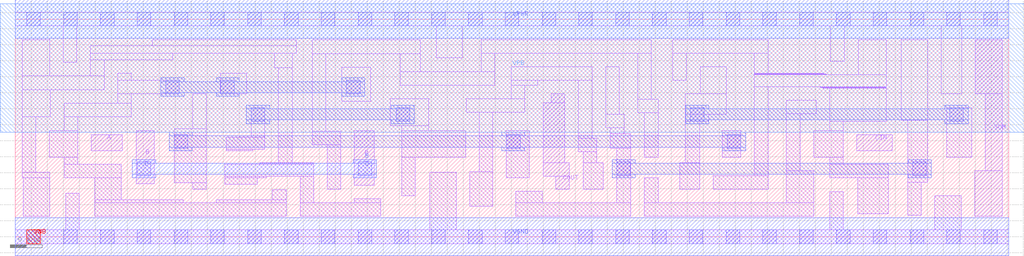
<source format=lef>
# Copyright 2020 The SkyWater PDK Authors
#
# Licensed under the Apache License, Version 2.0 (the "License");
# you may not use this file except in compliance with the License.
# You may obtain a copy of the License at
#
#     https://www.apache.org/licenses/LICENSE-2.0
#
# Unless required by applicable law or agreed to in writing, software
# distributed under the License is distributed on an "AS IS" BASIS,
# WITHOUT WARRANTIES OR CONDITIONS OF ANY KIND, either express or implied.
# See the License for the specific language governing permissions and
# limitations under the License.
#
# SPDX-License-Identifier: Apache-2.0

VERSION 5.7 ;
  NOWIREEXTENSIONATPIN ON ;
  DIVIDERCHAR "/" ;
  BUSBITCHARS "[]" ;
MACRO sky130_fd_sc_hd__fahcin_1
  CLASS CORE ;
  FOREIGN sky130_fd_sc_hd__fahcin_1 ;
  ORIGIN  0.000000  0.000000 ;
  SIZE  12.42000 BY  2.720000 ;
  SYMMETRY X Y R90 ;
  SITE unithd ;
  PIN A
    ANTENNAGATEAREA  0.247500 ;
    DIRECTION INPUT ;
    USE SIGNAL ;
    PORT
      LAYER li1 ;
        RECT 0.950000 1.075000 1.340000 1.275000 ;
    END
  END A
  PIN B
    ANTENNAGATEAREA  0.691500 ;
    DIRECTION INPUT ;
    USE SIGNAL ;
    PORT
      LAYER li1 ;
        RECT 1.510000 0.665000 1.740000 1.325000 ;
      LAYER mcon ;
        RECT 1.525000 0.765000 1.695000 0.935000 ;
    END
    PORT
      LAYER li1 ;
        RECT 4.240000 0.645000 4.490000 1.325000 ;
      LAYER mcon ;
        RECT 4.285000 0.765000 4.455000 0.935000 ;
    END
    PORT
      LAYER met1 ;
        RECT 1.465000 0.735000 1.755000 0.780000 ;
        RECT 1.465000 0.780000 4.515000 0.920000 ;
        RECT 1.465000 0.920000 1.755000 0.965000 ;
        RECT 4.225000 0.735000 4.515000 0.780000 ;
        RECT 4.225000 0.920000 4.515000 0.965000 ;
    END
  END B
  PIN CIN
    ANTENNAGATEAREA  0.493500 ;
    DIRECTION INPUT ;
    USE SIGNAL ;
    PORT
      LAYER li1 ;
        RECT 10.520000 1.075000 10.965000 1.275000 ;
    END
  END CIN
  PIN COUT
    ANTENNADIFFAREA  0.402800 ;
    DIRECTION OUTPUT ;
    USE SIGNAL ;
    PORT
      LAYER li1 ;
        RECT 6.600000 0.755000 6.925000 0.925000 ;
        RECT 6.600000 0.925000 6.870000 1.675000 ;
        RECT 6.700000 1.675000 6.870000 1.785000 ;
        RECT 6.755000 0.595000 6.925000 0.755000 ;
    END
  END COUT
  PIN SUM
    ANTENNADIFFAREA  0.470250 ;
    DIRECTION OUTPUT ;
    USE SIGNAL ;
    PORT
      LAYER li1 ;
        RECT 11.995000 0.255000 12.335000 0.825000 ;
        RECT 12.000000 1.785000 12.335000 2.465000 ;
        RECT 12.125000 0.825000 12.335000 1.785000 ;
    END
  END SUM
  PIN VNB
    PORT
      LAYER pwell ;
        RECT 0.145000 -0.085000 0.315000 0.085000 ;
    END
  END VNB
  PIN VPB
    PORT
      LAYER nwell ;
        RECT -0.190000 1.305000 12.610000 2.910000 ;
    END
  END VPB
  PIN VGND
    DIRECTION INOUT ;
    SHAPE ABUTMENT ;
    USE GROUND ;
    PORT
      LAYER met1 ;
        RECT 0.000000 -0.240000 12.420000 0.240000 ;
    END
  END VGND
  PIN VPWR
    DIRECTION INOUT ;
    SHAPE ABUTMENT ;
    USE POWER ;
    PORT
      LAYER met1 ;
        RECT 0.000000 2.480000 12.420000 2.960000 ;
    END
  END VPWR
  OBS
    LAYER li1 ;
      RECT  0.000000 -0.085000 12.420000 0.085000 ;
      RECT  0.000000  2.635000 12.420000 2.805000 ;
      RECT  0.085000  0.735000  0.430000 0.805000 ;
      RECT  0.085000  0.805000  0.255000 1.500000 ;
      RECT  0.085000  1.500000  0.440000 1.840000 ;
      RECT  0.085000  1.840000  1.110000 2.010000 ;
      RECT  0.085000  2.010000  0.430000 2.465000 ;
      RECT  0.100000  0.255000  0.430000 0.735000 ;
      RECT  0.425000  0.995000  0.780000 1.325000 ;
      RECT  0.600000  2.180000  0.770000 2.635000 ;
      RECT  0.610000  0.735000  1.325000 0.905000 ;
      RECT  0.610000  0.905000  0.780000 0.995000 ;
      RECT  0.610000  1.325000  0.780000 1.500000 ;
      RECT  0.610000  1.500000  1.450000 1.670000 ;
      RECT  0.630000  0.085000  0.800000 0.545000 ;
      RECT  0.940000  2.010000  1.110000 2.215000 ;
      RECT  0.940000  2.215000  1.970000 2.295000 ;
      RECT  0.940000  2.295000  3.515000 2.385000 ;
      RECT  0.995000  0.255000  3.390000 0.425000 ;
      RECT  0.995000  0.425000  2.100000 0.465000 ;
      RECT  0.995000  0.465000  1.325000 0.735000 ;
      RECT  1.280000  1.670000  1.450000 1.785000 ;
      RECT  1.280000  1.785000  2.050000 1.955000 ;
      RECT  1.280000  1.955000  1.450000 2.045000 ;
      RECT  1.715000  2.385000  3.515000 2.465000 ;
      RECT  1.985000  0.675000  2.390000 1.350000 ;
      RECT  2.220000  0.595000  2.390000 0.675000 ;
      RECT  2.220000  1.350000  2.390000 1.785000 ;
      RECT  2.515000  0.425000  3.390000 0.465000 ;
      RECT  2.565000  1.785000  2.895000 2.045000 ;
      RECT  2.620000  0.655000  3.025000 0.735000 ;
      RECT  2.620000  0.735000  3.135000 0.755000 ;
      RECT  2.620000  0.755000  3.730000 0.905000 ;
      RECT  2.640000  1.075000  2.970000 1.095000 ;
      RECT  2.640000  1.095000  3.120000 1.245000 ;
      RECT  2.800000  1.245000  3.120000 1.265000 ;
      RECT  2.950000  1.265000  3.120000 1.615000 ;
      RECT  3.055000  0.905000  3.730000 0.925000 ;
      RECT  3.215000  0.465000  3.390000 0.585000 ;
      RECT  3.245000  2.110000  3.460000 2.295000 ;
      RECT  3.290000  0.925000  3.460000 2.110000 ;
      RECT  3.560000  0.255000  4.570000 0.425000 ;
      RECT  3.560000  0.425000  3.730000 0.755000 ;
      RECT  3.710000  1.150000  4.070000 1.320000 ;
      RECT  3.710000  1.320000  3.880000 2.290000 ;
      RECT  3.710000  2.290000  5.065000 2.460000 ;
      RECT  3.900000  0.595000  4.070000 1.150000 ;
      RECT  4.080000  1.695000  4.445000 2.120000 ;
      RECT  4.240000  0.425000  4.570000 0.475000 ;
      RECT  4.690000  1.385000  5.170000 1.725000 ;
      RECT  4.815000  1.895000  5.995000 2.065000 ;
      RECT  4.815000  2.065000  5.065000 2.290000 ;
      RECT  4.830000  0.510000  5.000000 0.995000 ;
      RECT  4.830000  0.995000  5.630000 1.325000 ;
      RECT  4.830000  1.325000  5.170000 1.385000 ;
      RECT  5.180000  0.085000  5.510000 0.805000 ;
      RECT  5.260000  2.235000  5.590000 2.635000 ;
      RECT  5.635000  1.555000  6.370000 1.725000 ;
      RECT  5.680000  0.380000  5.970000 0.815000 ;
      RECT  5.800000  0.815000  5.970000 1.555000 ;
      RECT  5.825000  2.065000  5.995000 2.295000 ;
      RECT  5.825000  2.295000  7.950000 2.465000 ;
      RECT  6.140000  0.740000  6.425000 1.325000 ;
      RECT  6.200000  1.725000  6.370000 1.895000 ;
      RECT  6.200000  1.895000  6.530000 1.955000 ;
      RECT  6.200000  1.955000  7.210000 2.125000 ;
      RECT  6.255000  0.255000  7.695000 0.425000 ;
      RECT  6.255000  0.425000  6.585000 0.570000 ;
      RECT  7.040000  1.060000  7.270000 1.230000 ;
      RECT  7.040000  1.230000  7.210000 1.955000 ;
      RECT  7.100000  0.595000  7.350000 0.925000 ;
      RECT  7.100000  0.925000  7.270000 1.060000 ;
      RECT  7.380000  1.360000  7.610000 1.530000 ;
      RECT  7.380000  1.530000  7.550000 2.125000 ;
      RECT  7.440000  1.105000  7.695000 1.290000 ;
      RECT  7.440000  1.290000  7.610000 1.360000 ;
      RECT  7.520000  0.425000  7.695000 1.105000 ;
      RECT  7.780000  1.550000  8.035000 1.720000 ;
      RECT  7.780000  1.720000  7.950000 2.295000 ;
      RECT  7.865000  0.255000  9.980000 0.425000 ;
      RECT  7.865000  0.425000  8.035000 0.740000 ;
      RECT  7.865000  0.995000  8.035000 1.550000 ;
      RECT  8.220000  1.955000  8.390000 2.295000 ;
      RECT  8.220000  2.295000  9.410000 2.465000 ;
      RECT  8.305000  0.595000  8.555000 0.925000 ;
      RECT  8.375000  0.925000  8.555000 1.445000 ;
      RECT  8.375000  1.445000  8.670000 1.530000 ;
      RECT  8.375000  1.530000  8.890000 1.785000 ;
      RECT  8.560000  1.785000  8.890000 2.125000 ;
      RECT  8.725000  0.595000  9.410000 0.765000 ;
      RECT  8.835000  0.995000  9.070000 1.325000 ;
      RECT  9.240000  0.765000  9.410000 1.875000 ;
      RECT  9.240000  1.875000 10.885000 2.025000 ;
      RECT  9.240000  2.025000 10.145000 2.030000 ;
      RECT  9.240000  2.030000 10.130000 2.035000 ;
      RECT  9.240000  2.035000 10.120000 2.040000 ;
      RECT  9.240000  2.040000 10.105000 2.045000 ;
      RECT  9.240000  2.045000  9.410000 2.295000 ;
      RECT  9.640000  0.425000  9.980000 0.825000 ;
      RECT  9.640000  0.825000  9.810000 1.535000 ;
      RECT  9.640000  1.535000 10.010000 1.705000 ;
      RECT  9.980000  0.995000 10.350000 1.325000 ;
      RECT 10.055000  1.870000 10.885000 1.875000 ;
      RECT 10.070000  1.865000 10.885000 1.870000 ;
      RECT 10.085000  1.860000 10.885000 1.865000 ;
      RECT 10.100000  1.855000 10.885000 1.860000 ;
      RECT 10.180000  0.085000 10.350000 0.565000 ;
      RECT 10.180000  0.735000 10.910000 0.905000 ;
      RECT 10.180000  0.905000 10.350000 0.995000 ;
      RECT 10.180000  1.325000 10.350000 1.445000 ;
      RECT 10.180000  1.445000 10.885000 1.855000 ;
      RECT 10.190000  2.195000 10.360000 2.635000 ;
      RECT 10.530000  0.285000 10.910000 0.735000 ;
      RECT 10.535000  2.025000 10.885000 2.465000 ;
      RECT 11.075000  1.455000 11.405000 2.465000 ;
      RECT 11.155000  0.270000 11.325000 0.680000 ;
      RECT 11.155000  0.680000 11.405000 1.455000 ;
      RECT 11.495000  0.085000 11.825000 0.510000 ;
      RECT 11.575000  1.785000 11.830000 2.635000 ;
      RECT 11.645000  0.995000 11.955000 1.615000 ;
    LAYER mcon ;
      RECT  0.145000 -0.085000  0.315000 0.085000 ;
      RECT  0.145000  2.635000  0.315000 2.805000 ;
      RECT  0.605000 -0.085000  0.775000 0.085000 ;
      RECT  0.605000  2.635000  0.775000 2.805000 ;
      RECT  1.065000 -0.085000  1.235000 0.085000 ;
      RECT  1.065000  2.635000  1.235000 2.805000 ;
      RECT  1.525000 -0.085000  1.695000 0.085000 ;
      RECT  1.525000  2.635000  1.695000 2.805000 ;
      RECT  1.880000  1.785000  2.050000 1.955000 ;
      RECT  1.985000 -0.085000  2.155000 0.085000 ;
      RECT  1.985000  1.105000  2.155000 1.275000 ;
      RECT  1.985000  2.635000  2.155000 2.805000 ;
      RECT  2.445000 -0.085000  2.615000 0.085000 ;
      RECT  2.445000  2.635000  2.615000 2.805000 ;
      RECT  2.570000  1.785000  2.740000 1.955000 ;
      RECT  2.905000 -0.085000  3.075000 0.085000 ;
      RECT  2.905000  2.635000  3.075000 2.805000 ;
      RECT  2.950000  1.445000  3.120000 1.615000 ;
      RECT  3.365000 -0.085000  3.535000 0.085000 ;
      RECT  3.365000  2.635000  3.535000 2.805000 ;
      RECT  3.825000 -0.085000  3.995000 0.085000 ;
      RECT  3.825000  2.635000  3.995000 2.805000 ;
      RECT  4.140000  1.785000  4.310000 1.955000 ;
      RECT  4.285000 -0.085000  4.455000 0.085000 ;
      RECT  4.285000  2.635000  4.455000 2.805000 ;
      RECT  4.745000 -0.085000  4.915000 0.085000 ;
      RECT  4.745000  2.635000  4.915000 2.805000 ;
      RECT  4.760000  1.445000  4.930000 1.615000 ;
      RECT  5.205000 -0.085000  5.375000 0.085000 ;
      RECT  5.205000  2.635000  5.375000 2.805000 ;
      RECT  5.665000 -0.085000  5.835000 0.085000 ;
      RECT  5.665000  2.635000  5.835000 2.805000 ;
      RECT  6.125000 -0.085000  6.295000 0.085000 ;
      RECT  6.125000  2.635000  6.295000 2.805000 ;
      RECT  6.140000  1.105000  6.310000 1.275000 ;
      RECT  6.585000 -0.085000  6.755000 0.085000 ;
      RECT  6.585000  2.635000  6.755000 2.805000 ;
      RECT  7.045000 -0.085000  7.215000 0.085000 ;
      RECT  7.045000  2.635000  7.215000 2.805000 ;
      RECT  7.505000 -0.085000  7.675000 0.085000 ;
      RECT  7.505000  2.635000  7.675000 2.805000 ;
      RECT  7.520000  0.765000  7.690000 0.935000 ;
      RECT  7.965000 -0.085000  8.135000 0.085000 ;
      RECT  7.965000  2.635000  8.135000 2.805000 ;
      RECT  8.425000 -0.085000  8.595000 0.085000 ;
      RECT  8.425000  2.635000  8.595000 2.805000 ;
      RECT  8.440000  1.445000  8.610000 1.615000 ;
      RECT  8.885000 -0.085000  9.055000 0.085000 ;
      RECT  8.885000  2.635000  9.055000 2.805000 ;
      RECT  8.900000  1.105000  9.070000 1.275000 ;
      RECT  9.345000 -0.085000  9.515000 0.085000 ;
      RECT  9.345000  2.635000  9.515000 2.805000 ;
      RECT  9.805000 -0.085000  9.975000 0.085000 ;
      RECT  9.805000  2.635000  9.975000 2.805000 ;
      RECT 10.265000 -0.085000 10.435000 0.085000 ;
      RECT 10.265000  2.635000 10.435000 2.805000 ;
      RECT 10.725000 -0.085000 10.895000 0.085000 ;
      RECT 10.725000  2.635000 10.895000 2.805000 ;
      RECT 11.185000 -0.085000 11.355000 0.085000 ;
      RECT 11.185000  2.635000 11.355000 2.805000 ;
      RECT 11.220000  0.765000 11.390000 0.935000 ;
      RECT 11.645000 -0.085000 11.815000 0.085000 ;
      RECT 11.645000  2.635000 11.815000 2.805000 ;
      RECT 11.680000  1.445000 11.850000 1.615000 ;
      RECT 12.105000 -0.085000 12.275000 0.085000 ;
      RECT 12.105000  2.635000 12.275000 2.805000 ;
    LAYER met1 ;
      RECT  1.820000 1.755000  2.110000 1.800000 ;
      RECT  1.820000 1.800000  4.370000 1.940000 ;
      RECT  1.820000 1.940000  2.110000 1.985000 ;
      RECT  1.925000 1.075000  2.215000 1.120000 ;
      RECT  1.925000 1.120000  9.130000 1.260000 ;
      RECT  1.925000 1.260000  2.215000 1.305000 ;
      RECT  2.510000 1.755000  2.800000 1.800000 ;
      RECT  2.510000 1.940000  2.800000 1.985000 ;
      RECT  2.890000 1.415000  3.180000 1.460000 ;
      RECT  2.890000 1.460000  4.990000 1.600000 ;
      RECT  2.890000 1.600000  3.180000 1.645000 ;
      RECT  4.080000 1.755000  4.370000 1.800000 ;
      RECT  4.080000 1.940000  4.370000 1.985000 ;
      RECT  4.700000 1.415000  4.990000 1.460000 ;
      RECT  4.700000 1.600000  4.990000 1.645000 ;
      RECT  6.080000 1.075000  6.370000 1.120000 ;
      RECT  6.080000 1.260000  6.370000 1.305000 ;
      RECT  7.460000 0.735000  7.750000 0.780000 ;
      RECT  7.460000 0.780000 11.450000 0.920000 ;
      RECT  7.460000 0.920000  7.750000 0.965000 ;
      RECT  8.380000 1.415000  8.670000 1.460000 ;
      RECT  8.380000 1.460000 11.910000 1.600000 ;
      RECT  8.380000 1.600000  8.670000 1.645000 ;
      RECT  8.840000 1.075000  9.130000 1.120000 ;
      RECT  8.840000 1.260000  9.130000 1.305000 ;
      RECT 11.160000 0.735000 11.450000 0.780000 ;
      RECT 11.160000 0.920000 11.450000 0.965000 ;
      RECT 11.620000 1.415000 11.910000 1.460000 ;
      RECT 11.620000 1.600000 11.910000 1.645000 ;
  END
END sky130_fd_sc_hd__fahcin_1
END LIBRARY

</source>
